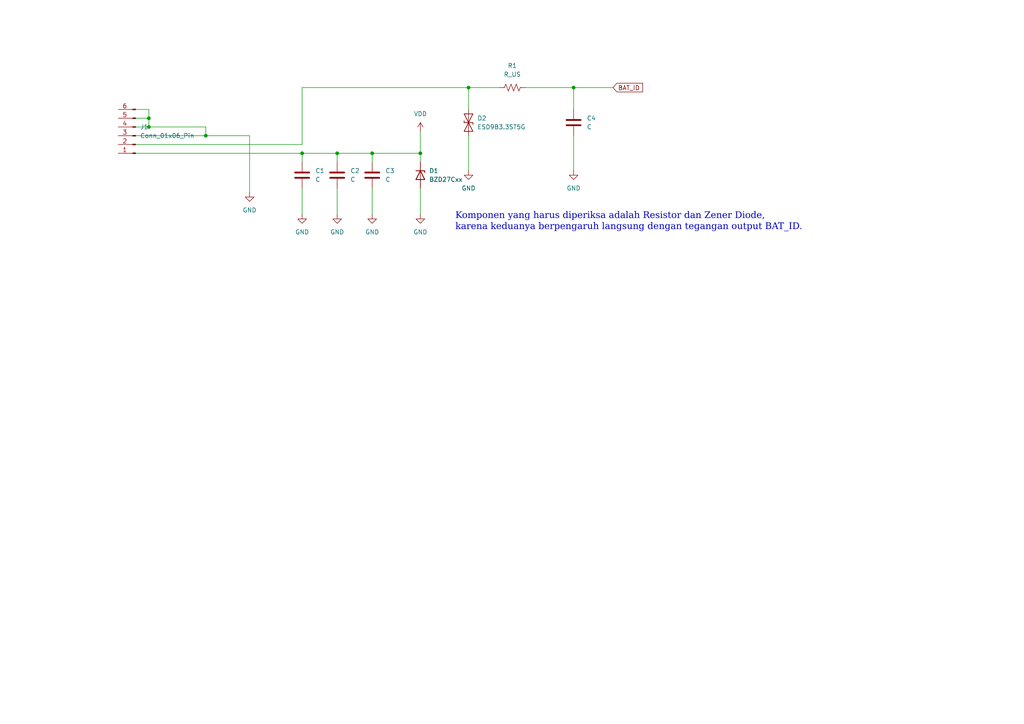
<source format=kicad_sch>
(kicad_sch (version 20250114) (generator "eeschema") (generator_version "9.0")
  (paper "A4")
  (lib_symbols
    (symbol "Connector:Conn_01x06_Pin" (pin_names (offset 1.016) (hide yes))
      (property "Reference" "J" (at 0 7.62 0))
      (property "Value" "Conn_01x06_Pin" (at 0 -10.16 0))
      (symbol "Conn_01x06_Pin_1_1"
        (rectangle (start 0.8636 5.207) (end 0 4.953) (stroke (width 0.1524)) (fill (type outline)))
        (rectangle (start 0.8636 2.667) (end 0 2.413) (stroke (width 0.1524)) (fill (type outline)))
        (rectangle (start 0.8636 0.127) (end 0 -0.127) (stroke (width 0.1524)) (fill (type outline)))
        (rectangle (start 0.8636 -2.413) (end 0 -2.667) (stroke (width 0.1524)) (fill (type outline)))
        (rectangle (start 0.8636 -4.953) (end 0 -5.207) (stroke (width 0.1524)) (fill (type outline)))
        (rectangle (start 0.8636 -7.493) (end 0 -7.747) (stroke (width 0.1524)) (fill (type outline)))
        (polyline (pts (xy 1.27 5.08) (xy 0.8636 5.08)) (stroke (width 0.1524)))
        (polyline (pts (xy 1.27 2.54) (xy 0.8636 2.54)) (stroke (width 0.1524)))
        (polyline (pts (xy 1.27 0) (xy 0.8636 0)) (stroke (width 0.1524)))
        (polyline (pts (xy 1.27 -2.54) (xy 0.8636 -2.54)) (stroke (width 0.1524)))
        (polyline (pts (xy 1.27 -5.08) (xy 0.8636 -5.08)) (stroke (width 0.1524)))
        (polyline (pts (xy 1.27 -7.62) (xy 0.8636 -7.62)) (stroke (width 0.1524)))
        (pin passive line (at 5.08 5.08 180) (length 3.81) (name "Pin_1") (number "1"))
        (pin passive line (at 5.08 2.54 180) (length 3.81) (name "Pin_2") (number "2"))
        (pin passive line (at 5.08 0 180) (length 3.81) (name "Pin_3") (number "3"))
        (pin passive line (at 5.08 -2.54 180) (length 3.81) (name "Pin_4") (number "4"))
        (pin passive line (at 5.08 -5.08 180) (length 3.81) (name "Pin_5") (number "5"))
        (pin passive line (at 5.08 -7.62 180) (length 3.81) (name "Pin_6") (number "6"))
      )
    )
    (symbol "Device:C" (pin_numbers (hide yes)) (pin_names (offset 0.254))
      (property "Reference" "C" (at 0.635 2.54 0))
      (property "Value" "C" (at 0.635 -2.54 0))
      (symbol "C_0_1"
        (polyline (pts (xy -2.032 0.762) (xy 2.032 0.762)) (stroke (width 0.508)))
        (polyline (pts (xy -2.032 -0.762) (xy 2.032 -0.762)) (stroke (width 0.508)))
      )
      (symbol "C_1_1"
        (pin passive line (at 0 3.81 270) (length 2.794) (name "~") (number "1"))
        (pin passive line (at 0 -3.81 90) (length 2.794) (name "~") (number "2"))
      )
    )
    (symbol "Device:R_US" (pin_numbers (hide yes)) (pin_names (offset 0))
      (property "Reference" "R" (at 2.54 0 90))
      (property "Value" "R_US" (at -2.54 0 90))
      (symbol "R_US_0_1"
        (polyline (pts (xy 0 2.286) (xy 0 2.54)))
        (polyline (pts (xy 0 2.286) (xy 1.016 1.905) (xy 0 1.524) (xy -1.016 1.143) (xy 0 0.762)))
        (polyline (pts (xy 0 0.762) (xy 1.016 0.381) (xy 0 0) (xy -1.016 -0.381) (xy 0 -0.762)))
        (polyline (pts (xy 0 -0.762) (xy 1.016 -1.143) (xy 0 -1.524) (xy -1.016 -1.905) (xy 0 -2.286)))
        (polyline (pts (xy 0 -2.286) (xy 0 -2.54)))
      )
      (symbol "R_US_1_1"
        (pin passive line (at 0 3.81 270) (length 1.27) (name "~") (number "1"))
        (pin passive line (at 0 -3.81 90) (length 1.27) (name "~") (number "2"))
      )
    )
    (symbol "Diode:BZD27Cxx" (pin_numbers (hide yes)) (pin_names (hide yes))
      (property "Reference" "D" (at 0 2.54 0))
      (property "Value" "BZD27Cxx" (at 0 -2.54 0))
      (symbol "BZD27Cxx_0_1"
        (polyline (pts (xy -1.27 -1.27) (xy -1.27 1.27) (xy -0.762 1.27)) (stroke (width 0.254)))
        (polyline (pts (xy 1.27 0) (xy -1.27 0)))
        (polyline (pts (xy 1.27 -1.27) (xy 1.27 1.27) (xy -1.27 0) (xy 1.27 -1.27)) (stroke (width 0.254)))
      )
      (symbol "BZD27Cxx_1_1"
        (pin passive line (at -3.81 0 0) (length 2.54) (name "K") (number "1"))
        (pin passive line (at 3.81 0 180) (length 2.54) (name "A") (number "2"))
      )
    )
    (symbol "Diode:ESD9B3.3ST5G" (pin_numbers (hide yes)) (pin_names (offset 1.016) (hide yes))
      (property "Reference" "D" (at 0 2.54 0))
      (property "Value" "ESD9B3.3ST5G" (at 0 -2.54 0))
      (symbol "ESD9B3.3ST5G_0_1"
        (polyline (pts (xy -2.54 -1.27) (xy 0 0) (xy -2.54 1.27) (xy -2.54 -1.27)) (stroke (width 0.2032)))
        (polyline (pts (xy 0.508 1.27) (xy 0 1.27) (xy 0 -1.27) (xy -0.508 -1.27)) (stroke (width 0.2032)))
        (polyline (pts (xy 1.27 0) (xy -1.27 0)))
        (polyline (pts (xy 2.54 1.27) (xy 2.54 -1.27) (xy 0 0) (xy 2.54 1.27)) (stroke (width 0.2032)))
      )
      (symbol "ESD9B3.3ST5G_1_1"
        (pin passive line (at -3.81 0 0) (length 2.54) (name "A1") (number "1"))
        (pin passive line (at 3.81 0 180) (length 2.54) (name "A2") (number "2"))
      )
    )
    (symbol "power:GND" (power) (pin_numbers (hide yes)) (pin_names (offset 0) (hide yes))
      (property "Value" "GND" (at 0 -3.81 0))
      (symbol "GND_0_1"
        (polyline (pts (xy 0 0) (xy 0 -1.27) (xy 1.27 -1.27) (xy 0 -2.54) (xy -1.27 -1.27) (xy 0 -1.27)))
      )
      (symbol "GND_1_1"
        (pin power_in line (at 0 0 270) (length 0) (name "~") (number "1"))
      )
    )
    (symbol "power:VDD" (power) (pin_numbers (hide yes)) (pin_names (offset 0) (hide yes))
      (property "Value" "VDD" (at 0 3.556 0))
      (symbol "VDD_0_1"
        (polyline (pts (xy -0.762 1.27) (xy 0 2.54)))
        (polyline (pts (xy 0 2.54) (xy 0.762 1.27)))
        (polyline (pts (xy 0 0) (xy 0 2.54)))
      )
      (symbol "VDD_1_1"
        (pin power_in line (at 0 0 90) (length 0) (name "~") (number "1"))
      )
    )
  )
  (text "Komponen yang harus diperiksa adalah Resistor dan Zener Diode,\nkarena keduanya berpengaruh langsung dengan tegangan output BAT_ID." (at 132.08 64.77 0) (effects (font (size 1.905 1.905)) (justify left)))
  (junction (at 121.92 44.45))
  (junction (at 59.69 39.37))
  (junction (at 107.95 44.45))
  (junction (at 166.37 25.4))
  (junction (at 43.18 36.83))
  (junction (at 87.63 44.45))
  (junction (at 97.79 44.45))
  (junction (at 135.89 25.4))
  (junction (at 43.18 34.29))
  (wire (pts (xy 43.18 36.83) (xy 59.69 36.83)))
  (wire (pts (xy 135.89 25.4) (xy 135.89 31.75)))
  (wire (pts (xy 59.69 36.83) (xy 59.69 39.37)))
  (wire (pts (xy 135.89 25.4) (xy 144.78 25.4)))
  (wire (pts (xy 97.79 54.61) (xy 97.79 62.23)))
  (wire (pts (xy 59.69 39.37) (xy 72.39 39.37)))
  (wire (pts (xy 166.37 25.4) (xy 177.8 25.4)))
  (wire (pts (xy 43.18 31.75) (xy 43.18 34.29)))
  (wire (pts (xy 87.63 41.91) (xy 87.63 25.4)))
  (wire (pts (xy 87.63 44.45) (xy 87.63 46.99)))
  (wire (pts (xy 121.92 38.1) (xy 121.92 44.45)))
  (wire (pts (xy 39.37 36.83) (xy 43.18 36.83)))
  (wire (pts (xy 152.4 25.4) (xy 166.37 25.4)))
  (wire (pts (xy 39.37 39.37) (xy 59.69 39.37)))
  (wire (pts (xy 87.63 25.4) (xy 135.89 25.4)))
  (wire (pts (xy 87.63 54.61) (xy 87.63 62.23)))
  (wire (pts (xy 121.92 54.61) (xy 121.92 62.23)))
  (wire (pts (xy 97.79 44.45) (xy 107.95 44.45)))
  (wire (pts (xy 72.39 39.37) (xy 72.39 55.88)))
  (wire (pts (xy 121.92 44.45) (xy 121.92 46.99)))
  (wire (pts (xy 39.37 44.45) (xy 87.63 44.45)))
  (wire (pts (xy 166.37 25.4) (xy 166.37 31.75)))
  (wire (pts (xy 43.18 34.29) (xy 43.18 36.83)))
  (wire (pts (xy 107.95 44.45) (xy 107.95 46.99)))
  (wire (pts (xy 39.37 34.29) (xy 43.18 34.29)))
  (wire (pts (xy 97.79 44.45) (xy 97.79 46.99)))
  (wire (pts (xy 87.63 44.45) (xy 97.79 44.45)))
  (wire (pts (xy 39.37 41.91) (xy 87.63 41.91)))
  (wire (pts (xy 39.37 31.75) (xy 43.18 31.75)))
  (wire (pts (xy 135.89 39.37) (xy 135.89 49.53)))
  (wire (pts (xy 107.95 54.61) (xy 107.95 62.23)))
  (wire (pts (xy 107.95 44.45) (xy 121.92 44.45)))
  (wire (pts (xy 166.37 39.37) (xy 166.37 49.53)))
  (global_label "BAT_ID" (shape input) (at 177.8 25.4 0) (property "Intersheetrefs" "${INTERSHEET_REFS}" (effects (hide yes))))
  (symbol (lib_id "power:GND") (at 107.95 62.23 0) (unit 1)
    (property "Reference" "#PWR04" (effects (hide yes)))
    (property "Value" "GND" (at 107.95 67.31 0))
    (property "Description" "Power symbol creates a global label with name \"GND\" , ground" (effects (hide yes)))
  )
  (symbol (lib_id "power:VDD") (at 121.92 38.1 0) (unit 1)
    (property "Reference" "#PWR06" (effects (hide yes)))
    (property "Value" "VDD" (at 121.92 33.02 0))
    (property "Description" "Power symbol creates a global label with name \"VDD\"" (effects (hide yes)))
  )
  (symbol (lib_id "Diode:BZD27Cxx") (at 121.92 50.8 270) (unit 1)
    (property "Reference" "D1" (at 124.46 49.5299 90) (effects (justify left)))
    (property "Value" "BZD27Cxx" (at 124.46 52.0699 90) (effects (justify left)))
    (property "Footprint" "Diode_SMD:D_SMF" (effects (hide yes)))
    (property "Datasheet" "https://www.vishay.com/docs/85153/bzd27series.pdf" (effects (hide yes)))
    (property "Description" "800mW Zener Diode, 3.6-200V, SMF" (effects (hide yes)))
  )
  (symbol (lib_id "power:GND") (at 121.92 62.23 0) (unit 1)
    (property "Reference" "#PWR05" (effects (hide yes)))
    (property "Value" "GND" (at 121.92 67.31 0))
    (property "Description" "Power symbol creates a global label with name \"GND\" , ground" (effects (hide yes)))
  )
  (symbol (lib_id "power:GND") (at 87.63 62.23 0) (unit 1)
    (property "Reference" "#PWR02" (effects (hide yes)))
    (property "Value" "GND" (at 87.63 67.31 0))
    (property "Description" "Power symbol creates a global label with name \"GND\" , ground" (effects (hide yes)))
  )
  (symbol (lib_id "Device:C") (at 166.37 35.56 0) (unit 1)
    (property "Reference" "C4" (at 170.18 34.2899 0) (effects (justify left)))
    (property "Value" "C" (at 170.18 36.8299 0) (effects (justify left)))
    (property "Description" "Unpolarized capacitor" (effects (hide yes)))
  )
  (symbol (lib_id "Device:C") (at 97.79 50.8 0) (unit 1)
    (property "Reference" "C2" (at 101.6 49.5299 0) (effects (justify left)))
    (property "Value" "C" (at 101.6 52.0699 0) (effects (justify left)))
    (property "Description" "Unpolarized capacitor" (effects (hide yes)))
  )
  (symbol (lib_id "Connector:Conn_01x06_Pin") (at 39.37 39.37 180) (unit 1)
    (property "Reference" "J1" (at 40.64 36.8299 0) (effects (justify right)))
    (property "Value" "Conn_01x06_Pin" (at 40.64 39.3699 0) (effects (justify right)))
    (property "Description" "Generic connector, single row, 01x06, script generated" (effects (hide yes)))
  )
  (symbol (lib_id "power:GND") (at 166.37 49.53 0) (unit 1)
    (property "Reference" "#PWR08" (effects (hide yes)))
    (property "Value" "GND" (at 166.37 54.61 0))
    (property "Description" "Power symbol creates a global label with name \"GND\" , ground" (effects (hide yes)))
  )
  (symbol (lib_id "Device:C") (at 107.95 50.8 0) (unit 1)
    (property "Reference" "C3" (at 111.76 49.5299 0) (effects (justify left)))
    (property "Value" "C" (at 111.76 52.0699 0) (effects (justify left)))
    (property "Description" "Unpolarized capacitor" (effects (hide yes)))
  )
  (symbol (lib_id "Device:C") (at 87.63 50.8 0) (unit 1)
    (property "Reference" "C1" (at 91.44 49.5299 0) (effects (justify left)))
    (property "Value" "C" (at 91.44 52.0699 0) (effects (justify left)))
    (property "Description" "Unpolarized capacitor" (effects (hide yes)))
  )
  (symbol (lib_id "power:GND") (at 72.39 55.88 0) (unit 1)
    (property "Reference" "#PWR01" (effects (hide yes)))
    (property "Value" "GND" (at 72.39 60.96 0))
    (property "Description" "Power symbol creates a global label with name \"GND\" , ground" (effects (hide yes)))
  )
  (symbol (lib_id "Diode:ESD9B3.3ST5G") (at 135.89 35.56 90) (unit 1)
    (property "Reference" "D2" (at 138.43 34.2899 90) (effects (justify right)))
    (property "Value" "ESD9B3.3ST5G" (at 138.43 36.8299 90) (effects (justify right)))
    (property "Footprint" "Diode_SMD:D_SOD-923" (effects (hide yes)))
    (property "Datasheet" "https://www.onsemi.com/pub/Collateral/ESD9B-D.PDF" (effects (hide yes)))
    (property "Description" "ESD protection diode, 3.3Vrwm, SOD-923" (effects (hide yes)))
  )
  (symbol (lib_id "power:GND") (at 135.89 49.53 0) (unit 1)
    (property "Reference" "#PWR07" (effects (hide yes)))
    (property "Value" "GND" (at 135.89 54.61 0))
    (property "Description" "Power symbol creates a global label with name \"GND\" , ground" (effects (hide yes)))
  )
  (symbol (lib_id "Device:R_US") (at 148.59 25.4 90) (unit 1)
    (property "Reference" "R1" (at 148.59 19.05 90))
    (property "Value" "R_US" (at 148.59 21.59 90))
    (property "Footprint" "Resistor_SMD:R_4020_10251Metric" (effects (hide yes)))
    (property "Description" "Resistor, US symbol" (effects (hide yes)))
  )
  (symbol (lib_id "power:GND") (at 97.79 62.23 0) (unit 1)
    (property "Reference" "#PWR03" (effects (hide yes)))
    (property "Value" "GND" (at 97.79 67.31 0))
    (property "Description" "Power symbol creates a global label with name \"GND\" , ground" (effects (hide yes)))
  )
)
</source>
